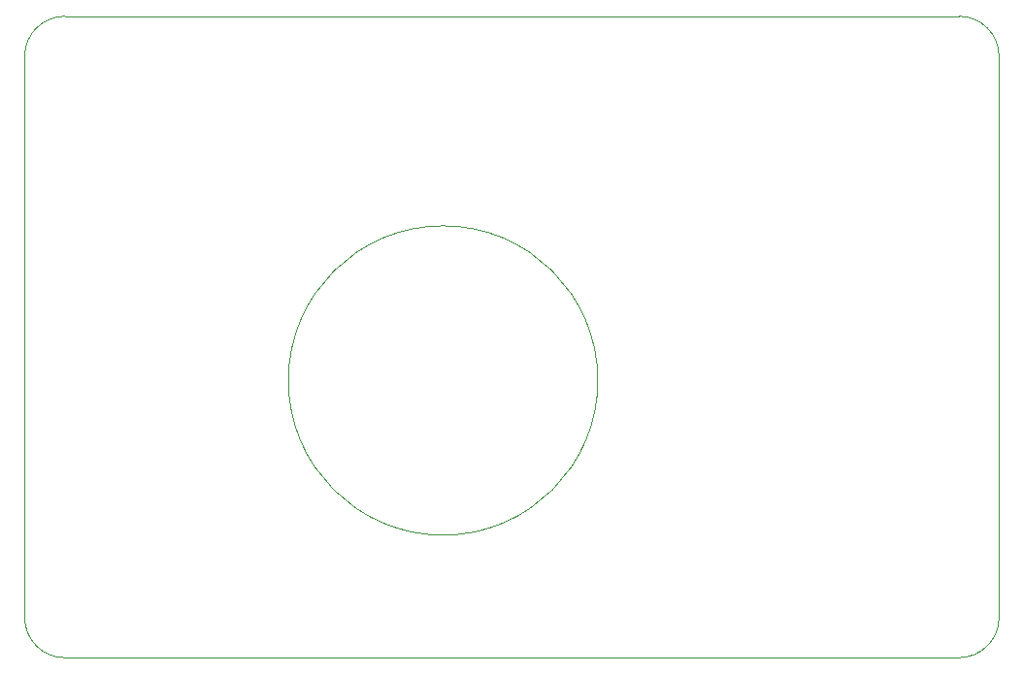
<source format=gbr>
%TF.GenerationSoftware,KiCad,Pcbnew,(5.1.12)-1*%
%TF.CreationDate,2021-12-26T21:26:00+08:00*%
%TF.ProjectId,OrangePiZeroExtentionBoard,4f72616e-6765-4506-995a-65726f457874,rev?*%
%TF.SameCoordinates,Original*%
%TF.FileFunction,Profile,NP*%
%FSLAX46Y46*%
G04 Gerber Fmt 4.6, Leading zero omitted, Abs format (unit mm)*
G04 Created by KiCad (PCBNEW (5.1.12)-1) date 2021-12-26 21:26:00*
%MOMM*%
%LPD*%
G01*
G04 APERTURE LIST*
%TA.AperFunction,Profile*%
%ADD10C,0.050000*%
%TD*%
G04 APERTURE END LIST*
D10*
X155000000Y-97300000D02*
G75*
G03*
X155000000Y-97300000I-13500000J0D01*
G01*
X108500000Y-121500000D02*
G75*
G02*
X105000000Y-118000000I0J3500000D01*
G01*
X190000000Y-118000000D02*
G75*
G02*
X186500000Y-121500000I-3500000J0D01*
G01*
X186500000Y-65500000D02*
G75*
G02*
X190000000Y-69000000I0J-3500000D01*
G01*
X105000000Y-69000000D02*
G75*
G02*
X108500000Y-65500000I3500000J0D01*
G01*
X105000000Y-118000000D02*
X105000000Y-69000000D01*
X186500000Y-121500000D02*
X108500000Y-121500000D01*
X190000000Y-69000000D02*
X190000000Y-118000000D01*
X108500000Y-65500000D02*
X186500000Y-65500000D01*
M02*

</source>
